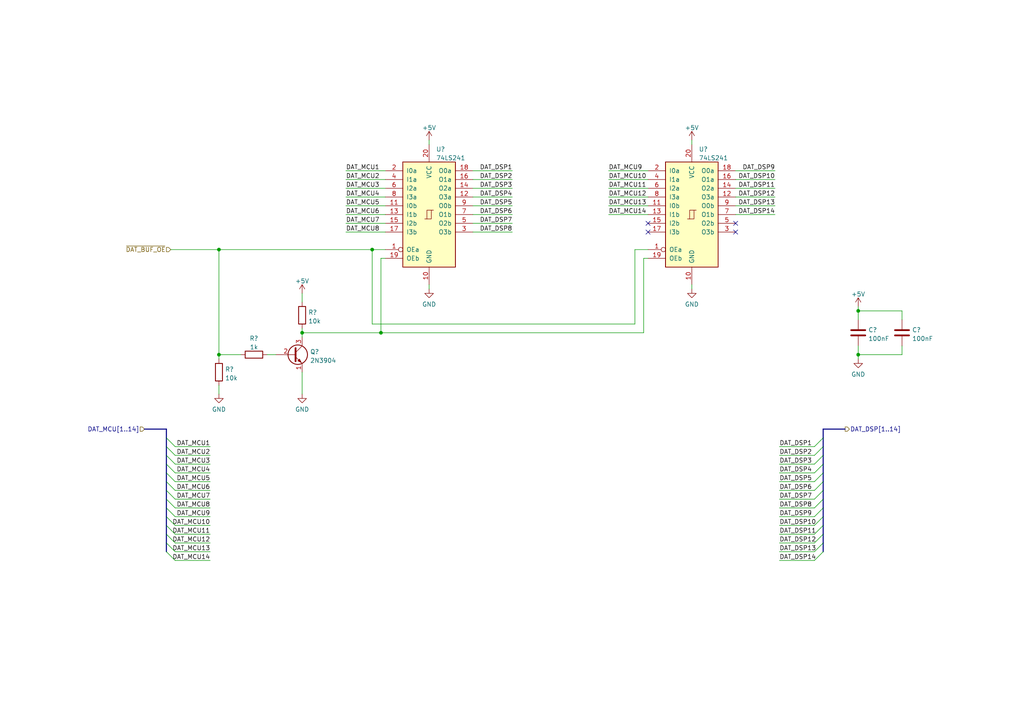
<source format=kicad_sch>
(kicad_sch (version 20211123) (generator eeschema)
  (paper "A4")
  (lib_symbols
    (symbol "74xx:74LS241" (pin_names (offset 1.016))
      (property "Reference" "U" (at -7.62 16.51 0))
      (property "Value" "74LS241" (at -7.62 -16.51 0))
      (symbol "74LS241_1_0"
        (polyline (pts (xy -0.635 -1.27) (xy -0.635 1.27) (xy 0.635 1.27)))
        (polyline (pts (xy -1.27 -1.27) (xy 0.635 -1.27) (xy 0.635 1.27) (xy 1.27 1.27)))
        (pin input inverted (at -12.7 -10.16 0) (length 5.08) (name "OEa") (number "1"))
        (pin power_in line (at 0 -20.32 90) (length 5.08) (name "GND") (number "10"))
        (pin input line (at -12.7 2.54 0) (length 5.08) (name "I0b") (number "11"))
        (pin tri_state line (at 12.7 5.08 180) (length 5.08) (name "O3a") (number "12"))
        (pin input line (at -12.7 0 0) (length 5.08) (name "I1b") (number "13"))
        (pin tri_state line (at 12.7 7.62 180) (length 5.08) (name "O2a") (number "14"))
        (pin input line (at -12.7 -2.54 0) (length 5.08) (name "I2b") (number "15"))
        (pin tri_state line (at 12.7 10.16 180) (length 5.08) (name "O1a") (number "16"))
        (pin input line (at -12.7 -5.08 0) (length 5.08) (name "I3b") (number "17"))
        (pin tri_state line (at 12.7 12.7 180) (length 5.08) (name "O0a") (number "18"))
        (pin input line (at -12.7 -12.7 0) (length 5.08) (name "OEb") (number "19"))
        (pin input line (at -12.7 12.7 0) (length 5.08) (name "I0a") (number "2"))
        (pin power_in line (at 0 20.32 270) (length 5.08) (name "VCC") (number "20"))
        (pin tri_state line (at 12.7 -5.08 180) (length 5.08) (name "O3b") (number "3"))
        (pin input line (at -12.7 10.16 0) (length 5.08) (name "I1a") (number "4"))
        (pin tri_state line (at 12.7 -2.54 180) (length 5.08) (name "O2b") (number "5"))
        (pin input line (at -12.7 7.62 0) (length 5.08) (name "I2a") (number "6"))
        (pin tri_state line (at 12.7 0 180) (length 5.08) (name "O1b") (number "7"))
        (pin input line (at -12.7 5.08 0) (length 5.08) (name "I3a") (number "8"))
        (pin tri_state line (at 12.7 2.54 180) (length 5.08) (name "O0b") (number "9"))
      )
      (symbol "74LS241_1_1"
        (rectangle (start -7.62 15.24) (end 7.62 -15.24) (stroke (width 0.254)) (fill (type background)))
      )
    )
    (symbol "Device:C" (pin_numbers hide) (pin_names (offset 0.254))
      (property "Reference" "C" (at 0.635 2.54 0))
      (property "Value" "C" (at 0.635 -2.54 0))
      (symbol "C_0_1"
        (polyline (pts (xy -2.032 -0.762) (xy 2.032 -0.762)) (stroke (width 0.508)))
        (polyline (pts (xy -2.032 0.762) (xy 2.032 0.762)) (stroke (width 0.508)))
      )
      (symbol "C_1_1"
        (pin passive line (at 0 3.81 270) (length 2.794) (name "~") (number "1"))
        (pin passive line (at 0 -3.81 90) (length 2.794) (name "~") (number "2"))
      )
    )
    (symbol "Device:R" (pin_numbers hide) (pin_names (offset 0))
      (property "Reference" "R" (at 2.032 0 90))
      (property "Value" "R" (at 0 0 90))
      (symbol "R_0_1"
        (rectangle (start -1.016 -2.54) (end 1.016 2.54) (stroke (width 0.254)))
      )
      (symbol "R_1_1"
        (pin passive line (at 0 3.81 270) (length 1.27) (name "~") (number "1"))
        (pin passive line (at 0 -3.81 90) (length 1.27) (name "~") (number "2"))
      )
    )
    (symbol "Transistor_BJT:2N3904" (pin_names (offset 0) hide)
      (property "Reference" "Q" (at 5.08 1.905 0))
      (property "Value" "2N3904" (at 5.08 0 0))
      (symbol "2N3904_0_1"
        (polyline (pts (xy 0.635 0.635) (xy 2.54 2.54)))
        (polyline (pts (xy 0.635 -0.635) (xy 2.54 -2.54) (xy 2.54 -2.54)))
        (polyline (pts (xy 0.635 1.905) (xy 0.635 -1.905) (xy 0.635 -1.905)) (stroke (width 0.508)))
        (polyline (pts (xy 1.27 -1.778) (xy 1.778 -1.27) (xy 2.286 -2.286) (xy 1.27 -1.778) (xy 1.27 -1.778)) (fill (type outline)))
        (circle (center 1.27 0) (radius 2.8194) (stroke (width 0.254)))
      )
      (symbol "2N3904_1_1"
        (pin passive line (at 2.54 -5.08 90) (length 2.54) (name "E") (number "1"))
        (pin passive line (at -5.08 0 0) (length 5.715) (name "B") (number "2"))
        (pin passive line (at 2.54 5.08 270) (length 2.54) (name "C") (number "3"))
      )
    )
    (symbol "power:+5V" (power) (pin_names (offset 0))
      (property "Value" "+5V" (at 0 3.556 0))
      (symbol "+5V_0_1"
        (polyline (pts (xy -0.762 1.27) (xy 0 2.54)))
        (polyline (pts (xy 0 0) (xy 0 2.54)))
        (polyline (pts (xy 0 2.54) (xy 0.762 1.27)))
      )
      (symbol "+5V_1_1"
        (pin power_in line (at 0 0 90) (length 0) hide (name "+5V") (number "1"))
      )
    )
    (symbol "power:GND" (power) (pin_names (offset 0))
      (property "Value" "GND" (at 0 -3.81 0))
      (symbol "GND_0_1"
        (polyline (pts (xy 0 0) (xy 0 -1.27) (xy 1.27 -1.27) (xy 0 -2.54) (xy -1.27 -1.27) (xy 0 -1.27)))
      )
      (symbol "GND_1_1"
        (pin power_in line (at 0 0 270) (length 0) hide (name "GND") (number "1"))
      )
    )
  )
  (junction (at 110.49 96.52))
  (junction (at 248.92 90.17))
  (junction (at 63.5 102.87))
  (junction (at 107.95 72.39))
  (junction (at 248.92 102.87))
  (junction (at 63.5 72.39))
  (junction (at 87.63 96.52))
  (no_connect (at 187.96 67.31))
  (no_connect (at 213.36 67.31))
  (no_connect (at 187.96 64.77))
  (no_connect (at 213.36 64.77))
  (bus_entry (at 48.26 142.24) (size 2.54 2.54))
  (bus_entry (at 48.26 134.62) (size 2.54 2.54))
  (bus_entry (at 238.76 134.62) (size -2.54 2.54))
  (bus_entry (at 48.26 127) (size 2.54 2.54))
  (bus_entry (at 48.26 149.86) (size 2.54 2.54))
  (bus_entry (at 238.76 147.32) (size -2.54 2.54))
  (bus_entry (at 238.76 154.94) (size -2.54 2.54))
  (bus_entry (at 48.26 160.02) (size 2.54 2.54))
  (bus_entry (at 238.76 152.4) (size -2.54 2.54))
  (bus_entry (at 48.26 144.78) (size 2.54 2.54))
  (bus_entry (at 238.76 142.24) (size -2.54 2.54))
  (bus_entry (at 238.76 129.54) (size -2.54 2.54))
  (bus_entry (at 48.26 132.08) (size 2.54 2.54))
  (bus_entry (at 238.76 157.48) (size -2.54 2.54))
  (bus_entry (at 48.26 129.54) (size 2.54 2.54))
  (bus_entry (at 48.26 147.32) (size 2.54 2.54))
  (bus_entry (at 238.76 149.86) (size -2.54 2.54))
  (bus_entry (at 48.26 154.94) (size 2.54 2.54))
  (bus_entry (at 48.26 137.16) (size 2.54 2.54))
  (bus_entry (at 238.76 137.16) (size -2.54 2.54))
  (bus_entry (at 238.76 132.08) (size -2.54 2.54))
  (bus_entry (at 238.76 144.78) (size -2.54 2.54))
  (bus_entry (at 238.76 139.7) (size -2.54 2.54))
  (bus_entry (at 48.26 152.4) (size 2.54 2.54))
  (bus_entry (at 238.76 160.02) (size -2.54 2.54))
  (bus_entry (at 48.26 139.7) (size 2.54 2.54))
  (bus_entry (at 238.76 127) (size -2.54 2.54))
  (bus_entry (at 48.26 157.48) (size 2.54 2.54))
  (wire (pts (xy 50.8 139.7) (xy 60.96 139.7)))
  (wire (pts (xy 261.62 92.71) (xy 261.62 90.17)))
  (wire (pts (xy 50.8 137.16) (xy 60.96 137.16)))
  (wire (pts (xy 63.5 102.87) (xy 63.5 72.39)))
  (bus (pts (xy 238.76 124.46) (xy 238.76 127)))
  (bus (pts (xy 48.26 132.08) (xy 48.26 134.62)))
  (bus (pts (xy 48.26 142.24) (xy 48.26 144.78)))
  (bus (pts (xy 238.76 142.24) (xy 238.76 144.78)))
  (wire (pts (xy 137.16 57.15) (xy 148.59 57.15)))
  (bus (pts (xy 41.91 124.46) (xy 48.26 124.46)))
  (bus (pts (xy 238.76 139.7) (xy 238.76 142.24)))
  (wire (pts (xy 50.8 142.24) (xy 60.96 142.24)))
  (wire (pts (xy 87.63 96.52) (xy 87.63 97.79)))
  (wire (pts (xy 226.06 137.16) (xy 236.22 137.16)))
  (wire (pts (xy 87.63 95.25) (xy 87.63 96.52)))
  (wire (pts (xy 63.5 102.87) (xy 63.5 104.14)))
  (bus (pts (xy 48.26 124.46) (xy 48.26 127)))
  (wire (pts (xy 226.06 157.48) (xy 236.22 157.48)))
  (bus (pts (xy 238.76 129.54) (xy 238.76 132.08)))
  (wire (pts (xy 137.16 67.31) (xy 148.59 67.31)))
  (wire (pts (xy 248.92 100.33) (xy 248.92 102.87)))
  (wire (pts (xy 226.06 139.7) (xy 236.22 139.7)))
  (wire (pts (xy 226.06 134.62) (xy 236.22 134.62)))
  (wire (pts (xy 226.06 160.02) (xy 236.22 160.02)))
  (bus (pts (xy 238.76 127) (xy 238.76 129.54)))
  (bus (pts (xy 48.26 149.86) (xy 48.26 152.4)))
  (wire (pts (xy 87.63 85.09) (xy 87.63 87.63)))
  (wire (pts (xy 226.06 142.24) (xy 236.22 142.24)))
  (wire (pts (xy 69.85 102.87) (xy 63.5 102.87)))
  (wire (pts (xy 110.49 96.52) (xy 110.49 74.93)))
  (wire (pts (xy 248.92 88.9) (xy 248.92 90.17)))
  (wire (pts (xy 226.06 132.08) (xy 236.22 132.08)))
  (wire (pts (xy 124.46 82.55) (xy 124.46 83.82)))
  (wire (pts (xy 226.06 162.56) (xy 236.22 162.56)))
  (wire (pts (xy 50.8 129.54) (xy 60.96 129.54)))
  (wire (pts (xy 226.06 149.86) (xy 236.22 149.86)))
  (wire (pts (xy 213.36 62.23) (xy 224.79 62.23)))
  (bus (pts (xy 238.76 147.32) (xy 238.76 149.86)))
  (wire (pts (xy 261.62 100.33) (xy 261.62 102.87)))
  (wire (pts (xy 50.8 134.62) (xy 60.96 134.62)))
  (bus (pts (xy 48.26 144.78) (xy 48.26 147.32)))
  (wire (pts (xy 137.16 59.69) (xy 148.59 59.69)))
  (wire (pts (xy 226.06 154.94) (xy 236.22 154.94)))
  (wire (pts (xy 137.16 64.77) (xy 148.59 64.77)))
  (bus (pts (xy 48.26 147.32) (xy 48.26 149.86)))
  (wire (pts (xy 50.8 154.94) (xy 60.96 154.94)))
  (wire (pts (xy 213.36 57.15) (xy 224.79 57.15)))
  (bus (pts (xy 48.26 134.62) (xy 48.26 137.16)))
  (wire (pts (xy 107.95 72.39) (xy 107.95 93.98)))
  (bus (pts (xy 238.76 152.4) (xy 238.76 154.94)))
  (bus (pts (xy 48.26 139.7) (xy 48.26 142.24)))
  (wire (pts (xy 176.53 57.15) (xy 187.96 57.15)))
  (wire (pts (xy 248.92 102.87) (xy 248.92 104.14)))
  (wire (pts (xy 176.53 49.53) (xy 187.96 49.53)))
  (wire (pts (xy 213.36 49.53) (xy 224.79 49.53)))
  (wire (pts (xy 200.66 40.64) (xy 200.66 41.91)))
  (wire (pts (xy 107.95 72.39) (xy 111.76 72.39)))
  (wire (pts (xy 100.33 57.15) (xy 111.76 57.15)))
  (wire (pts (xy 50.8 147.32) (xy 60.96 147.32)))
  (wire (pts (xy 100.33 62.23) (xy 111.76 62.23)))
  (wire (pts (xy 63.5 111.76) (xy 63.5 114.3)))
  (bus (pts (xy 238.76 132.08) (xy 238.76 134.62)))
  (wire (pts (xy 186.69 74.93) (xy 187.96 74.93)))
  (bus (pts (xy 48.26 129.54) (xy 48.26 132.08)))
  (bus (pts (xy 238.76 134.62) (xy 238.76 137.16)))
  (wire (pts (xy 100.33 59.69) (xy 111.76 59.69)))
  (wire (pts (xy 110.49 74.93) (xy 111.76 74.93)))
  (wire (pts (xy 63.5 72.39) (xy 107.95 72.39)))
  (wire (pts (xy 261.62 90.17) (xy 248.92 90.17)))
  (wire (pts (xy 107.95 93.98) (xy 184.15 93.98)))
  (wire (pts (xy 226.06 152.4) (xy 236.22 152.4)))
  (wire (pts (xy 50.8 160.02) (xy 60.96 160.02)))
  (wire (pts (xy 184.15 72.39) (xy 187.96 72.39)))
  (bus (pts (xy 238.76 149.86) (xy 238.76 152.4)))
  (wire (pts (xy 137.16 52.07) (xy 148.59 52.07)))
  (wire (pts (xy 248.92 90.17) (xy 248.92 92.71)))
  (wire (pts (xy 186.69 96.52) (xy 186.69 74.93)))
  (wire (pts (xy 213.36 52.07) (xy 224.79 52.07)))
  (wire (pts (xy 50.8 149.86) (xy 60.96 149.86)))
  (wire (pts (xy 50.8 152.4) (xy 60.96 152.4)))
  (wire (pts (xy 100.33 67.31) (xy 111.76 67.31)))
  (wire (pts (xy 226.06 129.54) (xy 236.22 129.54)))
  (wire (pts (xy 137.16 62.23) (xy 148.59 62.23)))
  (wire (pts (xy 226.06 144.78) (xy 236.22 144.78)))
  (wire (pts (xy 100.33 64.77) (xy 111.76 64.77)))
  (bus (pts (xy 48.26 152.4) (xy 48.26 154.94)))
  (bus (pts (xy 238.76 154.94) (xy 238.76 157.48)))
  (wire (pts (xy 137.16 49.53) (xy 148.59 49.53)))
  (wire (pts (xy 124.46 40.64) (xy 124.46 41.91)))
  (wire (pts (xy 50.8 157.48) (xy 60.96 157.48)))
  (wire (pts (xy 100.33 52.07) (xy 111.76 52.07)))
  (wire (pts (xy 176.53 62.23) (xy 187.96 62.23)))
  (bus (pts (xy 238.76 137.16) (xy 238.76 139.7)))
  (wire (pts (xy 137.16 54.61) (xy 148.59 54.61)))
  (wire (pts (xy 176.53 52.07) (xy 187.96 52.07)))
  (bus (pts (xy 48.26 154.94) (xy 48.26 157.48)))
  (wire (pts (xy 87.63 107.95) (xy 87.63 114.3)))
  (bus (pts (xy 238.76 157.48) (xy 238.76 160.02)))
  (wire (pts (xy 50.8 144.78) (xy 60.96 144.78)))
  (bus (pts (xy 245.11 124.46) (xy 238.76 124.46)))
  (wire (pts (xy 200.66 82.55) (xy 200.66 83.82)))
  (wire (pts (xy 261.62 102.87) (xy 248.92 102.87)))
  (wire (pts (xy 110.49 96.52) (xy 186.69 96.52)))
  (bus (pts (xy 48.26 157.48) (xy 48.26 160.02)))
  (wire (pts (xy 77.47 102.87) (xy 80.01 102.87)))
  (wire (pts (xy 50.8 132.08) (xy 60.96 132.08)))
  (wire (pts (xy 50.8 162.56) (xy 60.96 162.56)))
  (wire (pts (xy 87.63 96.52) (xy 110.49 96.52)))
  (bus (pts (xy 238.76 144.78) (xy 238.76 147.32)))
  (wire (pts (xy 100.33 54.61) (xy 111.76 54.61)))
  (wire (pts (xy 184.15 93.98) (xy 184.15 72.39)))
  (wire (pts (xy 226.06 147.32) (xy 236.22 147.32)))
  (wire (pts (xy 213.36 54.61) (xy 224.79 54.61)))
  (bus (pts (xy 48.26 127) (xy 48.26 129.54)))
  (wire (pts (xy 176.53 54.61) (xy 187.96 54.61)))
  (wire (pts (xy 176.53 59.69) (xy 187.96 59.69)))
  (wire (pts (xy 213.36 59.69) (xy 224.79 59.69)))
  (wire (pts (xy 100.33 49.53) (xy 111.76 49.53)))
  (wire (pts (xy 49.53 72.39) (xy 63.5 72.39)))
  (bus (pts (xy 48.26 137.16) (xy 48.26 139.7)))
  (label "DAT_MCU13" (at 60.96 160.02 180))
  (label "DAT_MCU8" (at 100.33 67.31 0))
  (label "DAT_DSP10" (at 224.79 52.07 180))
  (label "DAT_MCU3" (at 100.33 54.61 0))
  (label "DAT_DSP8" (at 148.59 67.31 180))
  (label "DAT_MCU14" (at 176.53 62.23 0))
  (label "DAT_DSP2" (at 148.59 52.07 180))
  (label "DAT_MCU12" (at 60.96 157.48 180))
  (label "DAT_DSP6" (at 148.59 62.23 180))
  (label "DAT_MCU5" (at 60.96 139.7 180))
  (label "DAT_MCU9" (at 176.53 49.53 0))
  (label "DAT_MCU6" (at 100.33 62.23 0))
  (label "DAT_DSP12" (at 224.79 57.15 180))
  (label "DAT_DSP13" (at 224.79 59.69 180))
  (label "DAT_DSP5" (at 226.06 139.7 0))
  (label "DAT_MCU2" (at 60.96 132.08 180))
  (label "DAT_MCU6" (at 60.96 142.24 180))
  (label "DAT_DSP3" (at 148.59 54.61 180))
  (label "DAT_DSP9" (at 226.06 149.86 0))
  (label "DAT_DSP1" (at 226.06 129.54 0))
  (label "DAT_MCU11" (at 60.96 154.94 180))
  (label "DAT_MCU13" (at 176.53 59.69 0))
  (label "DAT_MCU10" (at 60.96 152.4 180))
  (label "DAT_DSP5" (at 148.59 59.69 180))
  (label "DAT_DSP3" (at 226.06 134.62 0))
  (label "DAT_DSP8" (at 226.06 147.32 0))
  (label "DAT_DSP9" (at 224.79 49.53 180))
  (label "DAT_DSP10" (at 226.06 152.4 0))
  (label "DAT_DSP6" (at 226.06 142.24 0))
  (label "DAT_MCU3" (at 60.96 134.62 180))
  (label "DAT_MCU1" (at 60.96 129.54 180))
  (label "DAT_DSP11" (at 226.06 154.94 0))
  (label "DAT_MCU9" (at 60.96 149.86 180))
  (label "DAT_DSP14" (at 226.06 162.56 0))
  (label "DAT_DSP11" (at 224.79 54.61 180))
  (label "DAT_MCU4" (at 60.96 137.16 180))
  (label "DAT_DSP13" (at 226.06 160.02 0))
  (label "DAT_MCU2" (at 100.33 52.07 0))
  (label "DAT_MCU14" (at 60.96 162.56 180))
  (label "DAT_MCU12" (at 176.53 57.15 0))
  (label "DAT_DSP7" (at 148.59 64.77 180))
  (label "DAT_DSP1" (at 148.59 49.53 180))
  (label "DAT_MCU11" (at 176.53 54.61 0))
  (label "DAT_DSP12" (at 226.06 157.48 0))
  (label "DAT_MCU1" (at 100.33 49.53 0))
  (label "DAT_MCU5" (at 100.33 59.69 0))
  (label "DAT_MCU10" (at 176.53 52.07 0))
  (label "DAT_MCU8" (at 60.96 147.32 180))
  (label "DAT_MCU7" (at 60.96 144.78 180))
  (label "DAT_MCU4" (at 100.33 57.15 0))
  (label "DAT_DSP4" (at 226.06 137.16 0))
  (label "DAT_DSP2" (at 226.06 132.08 0))
  (label "DAT_DSP7" (at 226.06 144.78 0))
  (label "DAT_DSP4" (at 148.59 57.15 180))
  (label "DAT_DSP14" (at 224.79 62.23 180))
  (label "DAT_MCU7" (at 100.33 64.77 0))
  (hierarchical_label "DAT_MCU[1..14]" (shape input) (at 41.91 124.46 180))
  (hierarchical_label "~{DAT_BUF_OE}" (shape input) (at 49.53 72.39 180))
  (hierarchical_label "DAT_DSP[1..14]" (shape output) (at 245.11 124.46 0))
  (symbol (lib_id "power:GND") (at 200.66 83.82 0) (unit 1)
    (property "Reference" "#PWR?" (effects hide))
    (property "Value" "GND" (at 200.66 88.2634 0))
  )
  (symbol (lib_id "74xx:74LS241") (at 200.66 62.23 0) (unit 1)
    (property "Reference" "U?" (at 202.6794 43.2902 0) (effects (justify left)))
    (property "Value" "74LS241" (at 202.6794 45.8271 0) (effects (justify left)))
    (property "Datasheet" "http://www.ti.com/lit/ds/symlink/sn74ls241.pdf" (effects hide))
  )
  (symbol (lib_id "Device:R") (at 87.63 91.44 0) (unit 1)
    (property "Reference" "R?" (at 89.408 90.6053 0) (effects (justify left)))
    (property "Value" "10k" (at 89.408 93.1422 0) (effects (justify left)))
  )
  (symbol (lib_id "Transistor_BJT:2N3904") (at 85.09 102.87 0) (unit 1)
    (property "Reference" "Q?" (at 89.9414 102.0353 0) (effects (justify left)))
    (property "Value" "2N3904" (at 89.9414 104.5722 0) (effects (justify left)))
    (property "Footprint" "Package_TO_SOT_THT:TO-92_Inline" (effects hide))
    (property "Datasheet" "https://www.onsemi.com/pub/Collateral/2N3903-D.PDF" (effects hide))
  )
  (symbol (lib_id "power:+5V") (at 124.46 40.64 0) (unit 1)
    (property "Reference" "#PWR?" (effects hide))
    (property "Value" "+5V" (at 124.46 37.0642 0))
  )
  (symbol (lib_id "power:+5V") (at 200.66 40.64 0) (unit 1)
    (property "Reference" "#PWR?" (effects hide))
    (property "Value" "+5V" (at 200.66 37.0642 0))
  )
  (symbol (lib_id "74xx:74LS241") (at 124.46 62.23 0) (unit 1)
    (property "Reference" "U?" (at 126.4794 43.2902 0) (effects (justify left)))
    (property "Value" "74LS241" (at 126.4794 45.8271 0) (effects (justify left)))
    (property "Datasheet" "http://www.ti.com/lit/ds/symlink/sn74ls241.pdf" (effects hide))
  )
  (symbol (lib_id "power:GND") (at 87.63 114.3 0) (unit 1)
    (property "Reference" "#PWR?" (effects hide))
    (property "Value" "GND" (at 87.63 118.7434 0))
  )
  (symbol (lib_id "power:GND") (at 248.92 104.14 0) (unit 1)
    (property "Reference" "#PWR?" (effects hide))
    (property "Value" "GND" (at 248.92 108.5834 0))
  )
  (symbol (lib_id "power:GND") (at 63.5 114.3 0) (unit 1)
    (property "Reference" "#PWR?" (effects hide))
    (property "Value" "GND" (at 63.5 118.7434 0))
  )
  (symbol (lib_id "Device:R") (at 73.66 102.87 90) (unit 1)
    (property "Reference" "R?" (at 73.66 98.1542 90))
    (property "Value" "1k" (at 73.66 100.6911 90))
  )
  (symbol (lib_id "Device:R") (at 63.5 107.95 0) (unit 1)
    (property "Reference" "R?" (at 65.278 107.1153 0) (effects (justify left)))
    (property "Value" "10k" (at 65.278 109.6522 0) (effects (justify left)))
  )
  (symbol (lib_id "power:+5V") (at 248.92 88.9 0) (unit 1)
    (property "Reference" "#PWR?" (effects hide))
    (property "Value" "+5V" (at 248.92 85.3242 0))
  )
  (symbol (lib_id "power:GND") (at 124.46 83.82 0) (unit 1)
    (property "Reference" "#PWR?" (effects hide))
    (property "Value" "GND" (at 124.46 88.2634 0))
  )
  (symbol (lib_id "Device:C") (at 248.92 96.52 0) (unit 1)
    (property "Reference" "C?" (at 251.841 95.6853 0) (effects (justify left)))
    (property "Value" "100nF" (at 251.841 98.2222 0) (effects (justify left)))
  )
  (symbol (lib_id "power:+5V") (at 87.63 85.09 0) (unit 1)
    (property "Reference" "#PWR?" (effects hide))
    (property "Value" "+5V" (at 87.63 81.5142 0))
  )
  (symbol (lib_id "Device:C") (at 261.62 96.52 0) (unit 1)
    (property "Reference" "C?" (at 264.541 95.6853 0) (effects (justify left)))
    (property "Value" "100nF" (at 264.541 98.2222 0) (effects (justify left)))
  )
)
</source>
